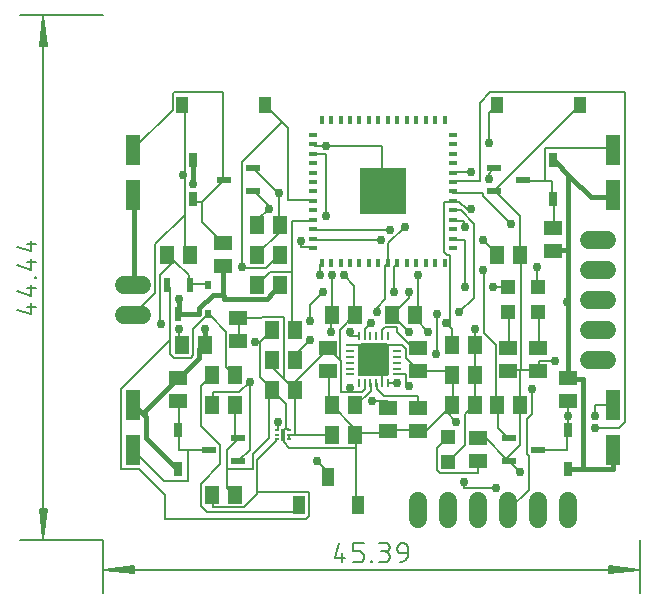
<source format=gbr>
G04 EAGLE Gerber RS-274X export*
G75*
%MOMM*%
%FSLAX34Y34*%
%LPD*%
%INTop Copper*%
%IPPOS*%
%AMOC8*
5,1,8,0,0,1.08239X$1,22.5*%
G01*
%ADD10C,0.130000*%
%ADD11C,0.152400*%
%ADD12R,1.500000X1.300000*%
%ADD13R,1.300000X1.500000*%
%ADD14R,0.600000X0.800000*%
%ADD15R,0.790000X0.260000*%
%ADD16R,0.260000X0.790000*%
%ADD17R,2.050000X2.150000*%
%ADD18C,1.524000*%
%ADD19R,1.200000X1.200000*%
%ADD20R,1.270000X2.540000*%
%ADD21R,1.200000X0.600000*%
%ADD22R,0.600000X1.200000*%
%ADD23R,0.750000X1.250000*%
%ADD24R,1.000000X1.600000*%
%ADD25R,0.800000X0.400000*%
%ADD26R,0.400000X0.800000*%
%ADD27R,4.000000X4.000000*%
%ADD28R,1.000000X1.400000*%
%ADD29R,0.370000X0.240000*%
%ADD30R,0.400000X1.080000*%
%ADD31C,0.756400*%
%ADD32C,0.400000*%

G36*
X239854Y138604D02*
X239854Y138604D01*
X239856Y138601D01*
X240374Y138669D01*
X240381Y138676D01*
X240386Y138673D01*
X240869Y138872D01*
X240874Y138881D01*
X240880Y138879D01*
X241294Y139197D01*
X241297Y139206D01*
X241303Y139206D01*
X241621Y139620D01*
X241621Y139630D01*
X241628Y139631D01*
X241827Y140114D01*
X241825Y140123D01*
X241831Y140126D01*
X241899Y140644D01*
X241896Y140648D01*
X241899Y140650D01*
X241899Y164150D01*
X241896Y164154D01*
X241899Y164156D01*
X241831Y164674D01*
X241824Y164681D01*
X241827Y164686D01*
X241628Y165169D01*
X241619Y165174D01*
X241621Y165180D01*
X241303Y165594D01*
X241294Y165597D01*
X241294Y165603D01*
X240880Y165921D01*
X240871Y165921D01*
X240869Y165928D01*
X240386Y166127D01*
X240377Y166125D01*
X240374Y166131D01*
X239856Y166199D01*
X239852Y166196D01*
X239850Y166199D01*
X218350Y166199D01*
X218329Y166183D01*
X218315Y166185D01*
X215315Y163185D01*
X215312Y163158D01*
X215301Y163150D01*
X215301Y140650D01*
X215304Y140646D01*
X215301Y140644D01*
X215369Y140126D01*
X215376Y140119D01*
X215373Y140114D01*
X215572Y139631D01*
X215581Y139626D01*
X215579Y139620D01*
X215897Y139206D01*
X215906Y139203D01*
X215906Y139197D01*
X216320Y138879D01*
X216330Y138879D01*
X216331Y138872D01*
X216814Y138673D01*
X216823Y138675D01*
X216826Y138669D01*
X217344Y138601D01*
X217348Y138604D01*
X217350Y138601D01*
X239850Y138601D01*
X239854Y138604D01*
G37*
D10*
X0Y0D02*
X0Y-44900D01*
X453900Y-44900D02*
X453900Y0D01*
X453250Y-25400D02*
X650Y-25400D01*
X26000Y-22208D01*
X26000Y-28592D01*
X650Y-25400D01*
X26000Y-24100D01*
X26000Y-26700D02*
X650Y-25400D01*
X26000Y-22800D01*
X26000Y-28000D02*
X650Y-25400D01*
X427900Y-22208D02*
X453250Y-25400D01*
X427900Y-22208D02*
X427900Y-28592D01*
X453250Y-25400D01*
X427900Y-24100D01*
X427900Y-26700D02*
X453250Y-25400D01*
X427900Y-22800D01*
X427900Y-28000D02*
X453250Y-25400D01*
D11*
X199414Y-2637D02*
X195802Y-15281D01*
X204833Y-15281D01*
X202124Y-11668D02*
X202124Y-18893D01*
X211433Y-18893D02*
X216852Y-18893D01*
X216970Y-18891D01*
X217088Y-18885D01*
X217206Y-18876D01*
X217323Y-18862D01*
X217440Y-18845D01*
X217557Y-18824D01*
X217672Y-18799D01*
X217787Y-18770D01*
X217901Y-18737D01*
X218013Y-18701D01*
X218124Y-18661D01*
X218234Y-18618D01*
X218343Y-18571D01*
X218450Y-18521D01*
X218555Y-18466D01*
X218658Y-18409D01*
X218759Y-18348D01*
X218859Y-18284D01*
X218956Y-18217D01*
X219051Y-18147D01*
X219143Y-18073D01*
X219234Y-17997D01*
X219321Y-17917D01*
X219406Y-17835D01*
X219488Y-17750D01*
X219568Y-17663D01*
X219644Y-17572D01*
X219718Y-17480D01*
X219788Y-17385D01*
X219855Y-17288D01*
X219919Y-17188D01*
X219980Y-17087D01*
X220037Y-16984D01*
X220092Y-16879D01*
X220142Y-16772D01*
X220189Y-16663D01*
X220232Y-16553D01*
X220272Y-16442D01*
X220308Y-16330D01*
X220341Y-16216D01*
X220370Y-16101D01*
X220395Y-15986D01*
X220416Y-15869D01*
X220433Y-15752D01*
X220447Y-15635D01*
X220456Y-15517D01*
X220462Y-15399D01*
X220464Y-15281D01*
X220464Y-13474D01*
X220462Y-13356D01*
X220456Y-13238D01*
X220447Y-13120D01*
X220433Y-13003D01*
X220416Y-12886D01*
X220395Y-12769D01*
X220370Y-12654D01*
X220341Y-12539D01*
X220308Y-12425D01*
X220272Y-12313D01*
X220232Y-12202D01*
X220189Y-12092D01*
X220142Y-11983D01*
X220092Y-11876D01*
X220037Y-11771D01*
X219980Y-11668D01*
X219919Y-11567D01*
X219855Y-11467D01*
X219788Y-11370D01*
X219718Y-11275D01*
X219644Y-11183D01*
X219568Y-11092D01*
X219488Y-11005D01*
X219406Y-10920D01*
X219321Y-10838D01*
X219234Y-10758D01*
X219143Y-10682D01*
X219051Y-10608D01*
X218956Y-10538D01*
X218859Y-10471D01*
X218759Y-10407D01*
X218658Y-10346D01*
X218555Y-10289D01*
X218450Y-10234D01*
X218343Y-10184D01*
X218234Y-10137D01*
X218124Y-10094D01*
X218013Y-10054D01*
X217901Y-10018D01*
X217787Y-9985D01*
X217672Y-9956D01*
X217557Y-9931D01*
X217440Y-9910D01*
X217323Y-9893D01*
X217206Y-9879D01*
X217088Y-9870D01*
X216970Y-9864D01*
X216852Y-9862D01*
X211433Y-9862D01*
X211433Y-2637D01*
X220464Y-2637D01*
X226439Y-17990D02*
X226439Y-18893D01*
X226439Y-17990D02*
X227342Y-17990D01*
X227342Y-18893D01*
X226439Y-18893D01*
X233317Y-18893D02*
X237832Y-18893D01*
X237965Y-18891D01*
X238097Y-18885D01*
X238229Y-18875D01*
X238361Y-18862D01*
X238493Y-18844D01*
X238623Y-18823D01*
X238754Y-18798D01*
X238883Y-18769D01*
X239011Y-18736D01*
X239139Y-18700D01*
X239265Y-18660D01*
X239390Y-18616D01*
X239514Y-18568D01*
X239636Y-18517D01*
X239757Y-18462D01*
X239876Y-18404D01*
X239994Y-18342D01*
X240109Y-18277D01*
X240223Y-18208D01*
X240334Y-18137D01*
X240443Y-18061D01*
X240550Y-17983D01*
X240655Y-17902D01*
X240757Y-17817D01*
X240857Y-17730D01*
X240954Y-17640D01*
X241049Y-17547D01*
X241140Y-17451D01*
X241229Y-17353D01*
X241315Y-17252D01*
X241398Y-17148D01*
X241478Y-17042D01*
X241554Y-16934D01*
X241628Y-16824D01*
X241698Y-16711D01*
X241765Y-16597D01*
X241828Y-16480D01*
X241888Y-16362D01*
X241945Y-16242D01*
X241998Y-16120D01*
X242047Y-15997D01*
X242093Y-15873D01*
X242135Y-15747D01*
X242173Y-15620D01*
X242208Y-15492D01*
X242239Y-15363D01*
X242266Y-15234D01*
X242289Y-15103D01*
X242309Y-14972D01*
X242324Y-14840D01*
X242336Y-14708D01*
X242344Y-14576D01*
X242348Y-14443D01*
X242348Y-14311D01*
X242344Y-14178D01*
X242336Y-14046D01*
X242324Y-13914D01*
X242309Y-13782D01*
X242289Y-13651D01*
X242266Y-13520D01*
X242239Y-13391D01*
X242208Y-13262D01*
X242173Y-13134D01*
X242135Y-13007D01*
X242093Y-12881D01*
X242047Y-12757D01*
X241998Y-12634D01*
X241945Y-12512D01*
X241888Y-12392D01*
X241828Y-12274D01*
X241765Y-12157D01*
X241698Y-12043D01*
X241628Y-11930D01*
X241554Y-11820D01*
X241478Y-11712D01*
X241398Y-11606D01*
X241315Y-11502D01*
X241229Y-11401D01*
X241140Y-11303D01*
X241049Y-11207D01*
X240954Y-11114D01*
X240857Y-11024D01*
X240757Y-10937D01*
X240655Y-10852D01*
X240550Y-10771D01*
X240443Y-10693D01*
X240334Y-10617D01*
X240223Y-10546D01*
X240109Y-10477D01*
X239994Y-10412D01*
X239876Y-10350D01*
X239757Y-10292D01*
X239636Y-10237D01*
X239514Y-10186D01*
X239390Y-10138D01*
X239265Y-10094D01*
X239139Y-10054D01*
X239011Y-10018D01*
X238883Y-9985D01*
X238754Y-9956D01*
X238623Y-9931D01*
X238493Y-9910D01*
X238361Y-9892D01*
X238229Y-9879D01*
X238097Y-9869D01*
X237965Y-9863D01*
X237832Y-9861D01*
X238736Y-2637D02*
X233317Y-2637D01*
X238736Y-2637D02*
X238855Y-2639D01*
X238975Y-2645D01*
X239094Y-2655D01*
X239212Y-2669D01*
X239331Y-2686D01*
X239448Y-2708D01*
X239565Y-2733D01*
X239680Y-2763D01*
X239795Y-2796D01*
X239909Y-2833D01*
X240021Y-2873D01*
X240132Y-2918D01*
X240241Y-2966D01*
X240349Y-3017D01*
X240455Y-3072D01*
X240559Y-3131D01*
X240661Y-3193D01*
X240761Y-3258D01*
X240859Y-3327D01*
X240955Y-3399D01*
X241048Y-3474D01*
X241138Y-3551D01*
X241226Y-3632D01*
X241311Y-3716D01*
X241393Y-3803D01*
X241473Y-3892D01*
X241549Y-3984D01*
X241623Y-4078D01*
X241693Y-4175D01*
X241760Y-4273D01*
X241824Y-4374D01*
X241884Y-4478D01*
X241941Y-4583D01*
X241994Y-4690D01*
X242044Y-4798D01*
X242090Y-4908D01*
X242132Y-5020D01*
X242171Y-5133D01*
X242206Y-5247D01*
X242237Y-5362D01*
X242265Y-5479D01*
X242288Y-5596D01*
X242308Y-5713D01*
X242324Y-5832D01*
X242336Y-5951D01*
X242344Y-6070D01*
X242348Y-6189D01*
X242348Y-6309D01*
X242344Y-6428D01*
X242336Y-6547D01*
X242324Y-6666D01*
X242308Y-6785D01*
X242288Y-6902D01*
X242265Y-7019D01*
X242237Y-7136D01*
X242206Y-7251D01*
X242171Y-7365D01*
X242132Y-7478D01*
X242090Y-7590D01*
X242044Y-7700D01*
X241994Y-7808D01*
X241941Y-7915D01*
X241884Y-8020D01*
X241824Y-8124D01*
X241760Y-8225D01*
X241693Y-8323D01*
X241623Y-8420D01*
X241549Y-8514D01*
X241473Y-8606D01*
X241393Y-8695D01*
X241311Y-8782D01*
X241226Y-8866D01*
X241138Y-8947D01*
X241048Y-9024D01*
X240955Y-9099D01*
X240859Y-9171D01*
X240761Y-9240D01*
X240661Y-9305D01*
X240559Y-9367D01*
X240455Y-9426D01*
X240349Y-9481D01*
X240241Y-9532D01*
X240132Y-9580D01*
X240021Y-9625D01*
X239909Y-9665D01*
X239795Y-9702D01*
X239680Y-9735D01*
X239565Y-9765D01*
X239448Y-9790D01*
X239331Y-9812D01*
X239212Y-9829D01*
X239094Y-9843D01*
X238975Y-9853D01*
X238855Y-9859D01*
X238736Y-9861D01*
X238736Y-9862D02*
X235123Y-9862D01*
X252561Y-11668D02*
X257979Y-11668D01*
X252561Y-11668D02*
X252443Y-11666D01*
X252325Y-11660D01*
X252207Y-11651D01*
X252090Y-11637D01*
X251973Y-11620D01*
X251856Y-11599D01*
X251741Y-11574D01*
X251626Y-11545D01*
X251512Y-11512D01*
X251400Y-11476D01*
X251289Y-11436D01*
X251179Y-11393D01*
X251070Y-11346D01*
X250963Y-11296D01*
X250858Y-11241D01*
X250755Y-11184D01*
X250654Y-11123D01*
X250554Y-11059D01*
X250457Y-10992D01*
X250362Y-10922D01*
X250270Y-10848D01*
X250179Y-10772D01*
X250092Y-10692D01*
X250007Y-10610D01*
X249925Y-10525D01*
X249845Y-10438D01*
X249769Y-10347D01*
X249695Y-10255D01*
X249625Y-10160D01*
X249558Y-10063D01*
X249494Y-9963D01*
X249433Y-9862D01*
X249376Y-9759D01*
X249321Y-9654D01*
X249271Y-9547D01*
X249224Y-9438D01*
X249181Y-9328D01*
X249141Y-9217D01*
X249105Y-9105D01*
X249072Y-8991D01*
X249043Y-8876D01*
X249018Y-8761D01*
X248997Y-8644D01*
X248980Y-8527D01*
X248966Y-8410D01*
X248957Y-8292D01*
X248951Y-8174D01*
X248949Y-8056D01*
X248948Y-8056D02*
X248948Y-7153D01*
X248950Y-7020D01*
X248956Y-6888D01*
X248966Y-6756D01*
X248979Y-6624D01*
X248997Y-6492D01*
X249018Y-6362D01*
X249043Y-6231D01*
X249072Y-6102D01*
X249105Y-5974D01*
X249141Y-5846D01*
X249181Y-5720D01*
X249225Y-5595D01*
X249273Y-5471D01*
X249324Y-5349D01*
X249379Y-5228D01*
X249437Y-5109D01*
X249499Y-4991D01*
X249564Y-4876D01*
X249633Y-4762D01*
X249704Y-4651D01*
X249780Y-4542D01*
X249858Y-4435D01*
X249939Y-4330D01*
X250024Y-4228D01*
X250111Y-4128D01*
X250201Y-4031D01*
X250294Y-3936D01*
X250390Y-3845D01*
X250488Y-3756D01*
X250589Y-3670D01*
X250693Y-3587D01*
X250799Y-3507D01*
X250907Y-3431D01*
X251017Y-3357D01*
X251130Y-3287D01*
X251244Y-3220D01*
X251361Y-3157D01*
X251479Y-3097D01*
X251599Y-3040D01*
X251721Y-2987D01*
X251844Y-2938D01*
X251968Y-2892D01*
X252094Y-2850D01*
X252221Y-2812D01*
X252349Y-2777D01*
X252478Y-2746D01*
X252607Y-2719D01*
X252738Y-2696D01*
X252869Y-2676D01*
X253001Y-2661D01*
X253133Y-2649D01*
X253265Y-2641D01*
X253398Y-2637D01*
X253530Y-2637D01*
X253663Y-2641D01*
X253795Y-2649D01*
X253927Y-2661D01*
X254059Y-2676D01*
X254190Y-2696D01*
X254321Y-2719D01*
X254450Y-2746D01*
X254579Y-2777D01*
X254707Y-2812D01*
X254834Y-2850D01*
X254960Y-2892D01*
X255084Y-2938D01*
X255207Y-2987D01*
X255329Y-3040D01*
X255449Y-3097D01*
X255567Y-3157D01*
X255684Y-3220D01*
X255798Y-3287D01*
X255911Y-3357D01*
X256021Y-3431D01*
X256129Y-3507D01*
X256235Y-3587D01*
X256339Y-3670D01*
X256440Y-3756D01*
X256538Y-3845D01*
X256634Y-3936D01*
X256727Y-4031D01*
X256817Y-4128D01*
X256904Y-4228D01*
X256989Y-4330D01*
X257070Y-4435D01*
X257148Y-4542D01*
X257224Y-4651D01*
X257295Y-4762D01*
X257364Y-4876D01*
X257429Y-4991D01*
X257491Y-5109D01*
X257549Y-5228D01*
X257604Y-5349D01*
X257655Y-5471D01*
X257703Y-5595D01*
X257747Y-5720D01*
X257787Y-5846D01*
X257823Y-5974D01*
X257856Y-6102D01*
X257885Y-6231D01*
X257910Y-6362D01*
X257931Y-6492D01*
X257949Y-6624D01*
X257962Y-6756D01*
X257972Y-6888D01*
X257978Y-7020D01*
X257980Y-7153D01*
X257979Y-7153D02*
X257979Y-11668D01*
X257977Y-11843D01*
X257971Y-12017D01*
X257960Y-12191D01*
X257945Y-12365D01*
X257926Y-12539D01*
X257903Y-12712D01*
X257876Y-12884D01*
X257844Y-13056D01*
X257809Y-13227D01*
X257769Y-13397D01*
X257725Y-13566D01*
X257677Y-13734D01*
X257625Y-13901D01*
X257569Y-14066D01*
X257509Y-14230D01*
X257446Y-14393D01*
X257378Y-14553D01*
X257306Y-14713D01*
X257231Y-14870D01*
X257151Y-15026D01*
X257068Y-15179D01*
X256982Y-15331D01*
X256891Y-15480D01*
X256797Y-15627D01*
X256700Y-15772D01*
X256599Y-15915D01*
X256495Y-16055D01*
X256387Y-16192D01*
X256276Y-16327D01*
X256162Y-16459D01*
X256045Y-16588D01*
X255924Y-16715D01*
X255801Y-16838D01*
X255674Y-16959D01*
X255545Y-17076D01*
X255413Y-17190D01*
X255278Y-17301D01*
X255141Y-17409D01*
X255001Y-17513D01*
X254858Y-17614D01*
X254713Y-17711D01*
X254566Y-17805D01*
X254417Y-17896D01*
X254265Y-17982D01*
X254112Y-18065D01*
X253956Y-18145D01*
X253799Y-18220D01*
X253639Y-18292D01*
X253479Y-18360D01*
X253316Y-18423D01*
X253152Y-18483D01*
X252987Y-18539D01*
X252820Y-18591D01*
X252652Y-18639D01*
X252483Y-18683D01*
X252313Y-18723D01*
X252142Y-18758D01*
X251970Y-18790D01*
X251798Y-18817D01*
X251625Y-18840D01*
X251451Y-18859D01*
X251277Y-18874D01*
X251103Y-18885D01*
X250929Y-18891D01*
X250754Y-18893D01*
D10*
X0Y0D02*
X-70300Y0D01*
X-70300Y444400D02*
X0Y444400D01*
X-50800Y443750D02*
X-50800Y650D01*
X-53992Y26000D01*
X-47608Y26000D01*
X-50800Y650D01*
X-52100Y26000D01*
X-49500Y26000D02*
X-50800Y650D01*
X-53400Y26000D01*
X-48200Y26000D02*
X-50800Y650D01*
X-53992Y418400D02*
X-50800Y443750D01*
X-53992Y418400D02*
X-47608Y418400D01*
X-50800Y443750D01*
X-52100Y418400D01*
X-49500Y418400D02*
X-50800Y443750D01*
X-53400Y418400D01*
X-48200Y418400D02*
X-50800Y443750D01*
D11*
X-73563Y194664D02*
X-60919Y191052D01*
X-60919Y200083D01*
X-64532Y197374D02*
X-57307Y197374D01*
X-60919Y206683D02*
X-73563Y210296D01*
X-60919Y206683D02*
X-60919Y215714D01*
X-64532Y213005D02*
X-57307Y213005D01*
X-57307Y221689D02*
X-58210Y221689D01*
X-58210Y222592D01*
X-57307Y222592D01*
X-57307Y221689D01*
X-60919Y228567D02*
X-73563Y232179D01*
X-60919Y228567D02*
X-60919Y237598D01*
X-64532Y234889D02*
X-57307Y234889D01*
X-60919Y244198D02*
X-73563Y247811D01*
X-60919Y244198D02*
X-60919Y253229D01*
X-64532Y250520D02*
X-57307Y250520D01*
D12*
X63500Y117500D03*
X63500Y136500D03*
X114300Y187300D03*
X114300Y168300D03*
D13*
X85700Y165100D03*
X66700Y165100D03*
D12*
X241300Y111100D03*
X241300Y92100D03*
D13*
X92100Y38100D03*
X111100Y38100D03*
D12*
X393700Y117500D03*
X393700Y136500D03*
X101600Y250800D03*
X101600Y231800D03*
X381000Y263500D03*
X381000Y244500D03*
D13*
X295300Y114300D03*
X314300Y114300D03*
D12*
X266700Y92100D03*
X266700Y111100D03*
X266700Y142900D03*
X266700Y161900D03*
D13*
X295300Y139700D03*
X314300Y139700D03*
D14*
X88900Y190700D03*
X88900Y215700D03*
D15*
X208900Y164900D03*
X208900Y159900D03*
X208900Y154900D03*
X208900Y149900D03*
X208900Y144900D03*
X208900Y139900D03*
D16*
X216100Y132700D03*
X221100Y132700D03*
X226100Y132700D03*
X231100Y132700D03*
X236100Y132700D03*
X241100Y132700D03*
D15*
X248300Y139900D03*
X248300Y144900D03*
X248300Y149900D03*
X248300Y154900D03*
X248300Y159900D03*
X248300Y164900D03*
D16*
X241100Y172100D03*
X236100Y172100D03*
X231100Y172100D03*
X226100Y172100D03*
X221100Y172100D03*
X216100Y172100D03*
D17*
X228600Y152400D03*
D18*
X33020Y215900D02*
X17780Y215900D01*
X17780Y190500D02*
X33020Y190500D01*
D19*
X368300Y192700D03*
X368300Y213700D03*
X342900Y192700D03*
X342900Y213700D03*
X292100Y86700D03*
X292100Y65700D03*
D20*
X25400Y114300D03*
X25400Y76200D03*
X431800Y76200D03*
X431800Y114300D03*
X431800Y292100D03*
X431800Y330200D03*
X25400Y292100D03*
X25400Y330200D03*
D21*
X114100Y66700D03*
X114100Y85700D03*
X89100Y76200D03*
X343100Y85700D03*
X343100Y66700D03*
X368100Y76200D03*
X126800Y295300D03*
X126800Y314300D03*
X101800Y304800D03*
X330400Y314300D03*
X330400Y295300D03*
X355400Y304800D03*
D22*
X73000Y215700D03*
X54000Y215700D03*
X63500Y190700D03*
D13*
X161900Y177800D03*
X142900Y177800D03*
X212700Y114300D03*
X193700Y114300D03*
X314300Y165100D03*
X295300Y165100D03*
X263500Y190500D03*
X244500Y190500D03*
D12*
X342900Y161900D03*
X342900Y142900D03*
X368300Y161900D03*
X368300Y142900D03*
D13*
X92100Y114300D03*
X111100Y114300D03*
D12*
X317500Y66700D03*
X317500Y85700D03*
D13*
X149200Y215900D03*
X130200Y215900D03*
X333400Y114300D03*
X352400Y114300D03*
X130200Y266700D03*
X149200Y266700D03*
X333400Y241300D03*
X352400Y241300D03*
X73000Y241300D03*
X54000Y241300D03*
D23*
X63500Y59700D03*
X63500Y92700D03*
X393700Y59700D03*
X393700Y92700D03*
X381000Y321300D03*
X381000Y288300D03*
X76200Y321300D03*
X76200Y288300D03*
D24*
X165500Y29100D03*
X190500Y53100D03*
X215500Y29100D03*
D13*
X92100Y139700D03*
X111100Y139700D03*
X193700Y88900D03*
X212700Y88900D03*
D18*
X266700Y33020D02*
X266700Y17780D01*
X292100Y17780D02*
X292100Y33020D01*
X317500Y33020D02*
X317500Y17780D01*
X342900Y17780D02*
X342900Y33020D01*
X368300Y33020D02*
X368300Y17780D01*
X393700Y17780D02*
X393700Y33020D01*
D25*
X177800Y342900D03*
X177800Y334900D03*
X177800Y326900D03*
X177800Y318900D03*
X177800Y310900D03*
X177800Y302900D03*
X177800Y294900D03*
X177800Y286900D03*
X177800Y278900D03*
X177800Y270900D03*
X177800Y262900D03*
X177800Y254900D03*
X177800Y246900D03*
D26*
X184800Y234400D03*
X192800Y234400D03*
X200800Y234400D03*
X208800Y234400D03*
X216800Y234400D03*
X224800Y234400D03*
X232800Y234400D03*
X240800Y234400D03*
X248800Y234400D03*
X256800Y234400D03*
X264800Y234400D03*
X272800Y234400D03*
X280800Y234400D03*
X288800Y234400D03*
D25*
X295800Y246900D03*
X295800Y254900D03*
X295800Y262900D03*
X295800Y270900D03*
X295800Y278900D03*
X295800Y286900D03*
X295800Y294900D03*
X295800Y302900D03*
X295800Y310900D03*
X295800Y318900D03*
X295800Y326900D03*
X295800Y334900D03*
X295800Y342900D03*
D26*
X288800Y355400D03*
X280800Y355400D03*
X272800Y355400D03*
X264800Y355400D03*
X256800Y355400D03*
X248800Y355400D03*
X240800Y355400D03*
X232800Y355400D03*
X224800Y355400D03*
X216800Y355400D03*
X208800Y355400D03*
X200800Y355400D03*
X192800Y355400D03*
X184800Y355400D03*
D27*
X236800Y294900D03*
D13*
X130200Y241300D03*
X149200Y241300D03*
X212700Y190500D03*
X193700Y190500D03*
X142900Y127000D03*
X161900Y127000D03*
D12*
X190500Y142900D03*
X190500Y161900D03*
D28*
X66600Y368300D03*
X136600Y368300D03*
D13*
X142900Y152400D03*
X161900Y152400D03*
D28*
X403300Y368300D03*
X333300Y368300D03*
D29*
X157550Y84900D03*
X157550Y88900D03*
X157550Y92900D03*
X147250Y92900D03*
X147250Y88900D03*
X147250Y84900D03*
D30*
X152400Y88900D03*
D18*
X411480Y152400D02*
X426720Y152400D01*
X426720Y177800D02*
X411480Y177800D01*
X411480Y203200D02*
X426720Y203200D01*
X426720Y228600D02*
X411480Y228600D01*
X411480Y254000D02*
X426720Y254000D01*
D11*
X352500Y273750D02*
X331250Y295000D01*
X352500Y273750D02*
X352500Y242500D01*
X331250Y295000D02*
X330400Y295300D01*
X352500Y242500D02*
X352400Y241300D01*
X331250Y296250D02*
X403300Y368300D01*
X331250Y296250D02*
X330400Y295300D01*
X325000Y85000D02*
X341250Y68750D01*
X342500Y67500D01*
X325000Y85000D02*
X317500Y85000D01*
X342500Y67500D02*
X343100Y66700D01*
X317500Y85000D02*
X317500Y85700D01*
X353750Y143750D02*
X367500Y143750D01*
X353750Y143750D02*
X352500Y143750D01*
X343750Y143750D01*
X342900Y142900D01*
X367500Y143750D02*
X368300Y142900D01*
X352500Y143750D02*
X352500Y115000D01*
X352400Y114300D01*
X352500Y80000D02*
X341250Y68750D01*
X352500Y80000D02*
X352500Y113750D01*
X341250Y68750D02*
X343100Y66700D01*
X352500Y113750D02*
X352400Y114300D01*
X343750Y66250D02*
X352500Y57500D01*
X343750Y66250D02*
X343100Y66700D01*
X368750Y151250D02*
X382500Y151250D01*
X368750Y151250D02*
X368750Y143750D01*
X368300Y142900D01*
X353750Y240000D02*
X352500Y241250D01*
X353750Y240000D02*
X353750Y143750D01*
X352500Y241250D02*
X352400Y241300D01*
X113750Y86250D02*
X111250Y88750D01*
X111250Y113750D01*
X113750Y86250D02*
X114100Y85700D01*
X111250Y113750D02*
X111100Y114300D01*
X105000Y43750D02*
X110000Y38750D01*
X105000Y60000D02*
X105000Y76250D01*
X105000Y60000D02*
X105000Y43750D01*
X105000Y76250D02*
X113750Y85000D01*
X110000Y38750D02*
X111100Y38100D01*
X113750Y85000D02*
X114100Y85700D01*
X152500Y93750D02*
X155000Y93750D01*
X157500Y93750D01*
X152500Y93750D02*
X152500Y90000D01*
X157550Y92900D02*
X157500Y93750D01*
X152500Y90000D02*
X152400Y88900D01*
X155000Y93750D02*
X155000Y115000D01*
X143750Y126250D01*
X142900Y127000D01*
X132500Y167500D02*
X142500Y177500D01*
X132500Y167500D02*
X132500Y137500D01*
X140000Y130000D02*
X142500Y127500D01*
X140000Y130000D02*
X132500Y137500D01*
X142500Y177500D02*
X142900Y177800D01*
X142500Y127500D02*
X142900Y127000D01*
X126250Y60000D02*
X105000Y60000D01*
X126250Y60000D02*
X126250Y72500D01*
X140000Y86250D01*
X140000Y130000D01*
X142900Y127000D01*
X210000Y165000D02*
X227500Y165000D01*
X227500Y152500D01*
X210000Y165000D02*
X208900Y164900D01*
X227500Y152500D02*
X228600Y152400D01*
X236250Y143750D02*
X236250Y133750D01*
X236250Y143750D02*
X228750Y151250D01*
X236250Y133750D02*
X236100Y132700D01*
X228750Y151250D02*
X228600Y152400D01*
X227500Y165000D02*
X247500Y165000D01*
X248300Y164900D01*
X296250Y138750D02*
X296250Y115000D01*
X295300Y114300D01*
X296250Y138750D02*
X295300Y139700D01*
X295000Y142500D02*
X267500Y142500D01*
X295000Y142500D02*
X295000Y140000D01*
X267500Y142500D02*
X266700Y142900D01*
X295000Y140000D02*
X295300Y139700D01*
X253750Y165000D02*
X248750Y165000D01*
X253750Y165000D02*
X253750Y163750D01*
X256250Y161250D01*
X256250Y153750D01*
X266250Y143750D01*
X248750Y165000D02*
X248300Y164900D01*
X266250Y143750D02*
X266700Y142900D01*
X192500Y115000D02*
X191250Y116250D01*
X191250Y142500D01*
X192500Y115000D02*
X193700Y114300D01*
X191250Y142500D02*
X190500Y142900D01*
X213750Y90000D02*
X241250Y90000D01*
X241250Y91250D01*
X213750Y90000D02*
X212700Y88900D01*
X241250Y91250D02*
X241300Y92100D01*
X242500Y92500D02*
X266250Y92500D01*
X266700Y92100D01*
X242500Y92500D02*
X241300Y92100D01*
X213750Y31250D02*
X215000Y30000D01*
X213750Y77500D02*
X213750Y88750D01*
X213750Y77500D02*
X213750Y31250D01*
X215000Y30000D02*
X215500Y29100D01*
X213750Y88750D02*
X212700Y88900D01*
X212500Y95000D02*
X193750Y113750D01*
X212500Y95000D02*
X212500Y90000D01*
X193750Y113750D02*
X193700Y114300D01*
X212500Y90000D02*
X212700Y88900D01*
X273750Y92500D02*
X290000Y108750D01*
X295000Y113750D01*
X273750Y92500D02*
X267500Y92500D01*
X295000Y113750D02*
X295300Y114300D01*
X267500Y92500D02*
X266700Y92100D01*
X152500Y88750D02*
X152500Y82500D01*
X157500Y77500D01*
X213750Y77500D01*
X152500Y88750D02*
X152400Y88900D01*
X148750Y292500D02*
X147500Y293750D01*
X127500Y313750D01*
X148750Y292500D02*
X148750Y267500D01*
X127500Y313750D02*
X126800Y314300D01*
X148750Y267500D02*
X149200Y266700D01*
X148750Y260000D02*
X131250Y242500D01*
X148750Y260000D02*
X148750Y266250D01*
X131250Y242500D02*
X130200Y241300D01*
X148750Y266250D02*
X149200Y266700D01*
X188750Y333750D02*
X236250Y333750D01*
X188750Y333750D02*
X178750Y333750D01*
X236250Y333750D02*
X236250Y295000D01*
X178750Y333750D02*
X177800Y334900D01*
X236250Y295000D02*
X236800Y294900D01*
X148750Y293750D02*
X147500Y293750D01*
X63750Y168750D02*
X66250Y166250D01*
X63750Y168750D02*
X63750Y178750D01*
X66250Y166250D02*
X66700Y165100D01*
X68750Y366250D02*
X67500Y367500D01*
X68750Y275000D02*
X68750Y246250D01*
X68750Y275000D02*
X68750Y308750D01*
X68750Y366250D01*
X68750Y246250D02*
X72500Y242500D01*
X67500Y367500D02*
X66600Y368300D01*
X72500Y242500D02*
X73000Y241300D01*
X43750Y208750D02*
X26250Y191250D01*
X43750Y208750D02*
X43750Y250000D01*
X68750Y275000D01*
X26250Y191250D02*
X25400Y190500D01*
X67500Y308750D02*
X68750Y308750D01*
X128750Y167500D02*
X132500Y167500D01*
X290000Y108750D02*
X298750Y100000D01*
X290000Y108750D02*
X295300Y114300D01*
D31*
X352500Y57500D03*
X382500Y151250D03*
X148750Y293750D03*
X188750Y333750D03*
X63750Y178750D03*
X67500Y308750D03*
X128750Y167500D03*
X298750Y100000D03*
D11*
X71250Y76250D02*
X63750Y76250D01*
X71250Y76250D02*
X88750Y76250D01*
X63750Y76250D02*
X63750Y92500D01*
X88750Y76250D02*
X89100Y76200D01*
X63750Y92500D02*
X63500Y92700D01*
X63750Y93750D02*
X63750Y117500D01*
X63500Y117500D01*
X63750Y93750D02*
X63500Y92700D01*
X26250Y75000D02*
X51250Y50000D01*
X71250Y50000D01*
X71250Y76250D01*
X26250Y75000D02*
X25400Y76200D01*
X246250Y231250D02*
X248750Y233750D01*
X246250Y231250D02*
X246250Y210000D01*
X186250Y210000D02*
X175000Y198750D01*
X175000Y185000D01*
X123750Y133750D02*
X115000Y125000D01*
X92500Y125000D01*
X92500Y115000D01*
X248750Y233750D02*
X248800Y234400D01*
X92500Y115000D02*
X92100Y114300D01*
X123750Y76250D02*
X115000Y67500D01*
X123750Y76250D02*
X123750Y133750D01*
X115000Y67500D02*
X114100Y66700D01*
D31*
X246250Y210000D03*
X186250Y210000D03*
X175000Y185000D03*
X123750Y133750D03*
D11*
X368750Y76250D02*
X392500Y76250D01*
X392500Y92500D01*
X368750Y76250D02*
X368100Y76200D01*
X392500Y92500D02*
X393700Y92700D01*
X393750Y93750D02*
X393750Y105000D01*
X393750Y117500D01*
X393700Y117500D01*
X393750Y93750D02*
X393700Y92700D01*
X416250Y113750D02*
X431250Y113750D01*
X416250Y113750D02*
X416250Y105000D01*
X431250Y113750D02*
X431800Y114300D01*
D31*
X416250Y105000D03*
X393750Y105000D03*
D11*
X101250Y303750D02*
X83750Y286250D01*
X76250Y286250D01*
X76250Y287500D01*
X101250Y303750D02*
X101800Y304800D01*
X76200Y288300D02*
X76250Y287500D01*
X83750Y268750D02*
X101250Y251250D01*
X83750Y268750D02*
X83750Y286250D01*
X101250Y251250D02*
X101600Y250800D01*
X26250Y331250D02*
X58750Y363750D01*
X58750Y377500D01*
X60000Y378750D01*
X101250Y378750D01*
X101250Y305000D01*
X26250Y331250D02*
X25400Y330200D01*
X101250Y305000D02*
X101800Y304800D01*
X373750Y303750D02*
X380000Y303750D01*
X373750Y303750D02*
X356250Y303750D01*
X380000Y303750D02*
X380000Y288750D01*
X356250Y303750D02*
X355400Y304800D01*
X380000Y288750D02*
X381000Y288300D01*
X381250Y287500D02*
X381250Y263750D01*
X381000Y263500D01*
X381250Y287500D02*
X381000Y288300D01*
X373750Y331250D02*
X431250Y331250D01*
X373750Y331250D02*
X373750Y303750D01*
X431250Y331250D02*
X431800Y330200D01*
X235000Y253750D02*
X178750Y253750D01*
X321250Y228750D02*
X322500Y227500D01*
X322500Y175000D01*
X332500Y165000D01*
X332500Y115000D01*
X178750Y253750D02*
X177800Y254900D01*
X332500Y115000D02*
X333400Y114300D01*
X333750Y95000D02*
X342500Y86250D01*
X333750Y95000D02*
X333750Y113750D01*
X342500Y86250D02*
X343100Y85700D01*
X333750Y113750D02*
X333400Y114300D01*
D31*
X235000Y253750D03*
X321250Y228750D03*
D11*
X242500Y262500D02*
X178750Y262500D01*
X321250Y253750D02*
X332500Y242500D01*
X178750Y262500D02*
X177800Y262900D01*
X332500Y242500D02*
X333400Y241300D01*
X326250Y310000D02*
X330000Y313750D01*
X326250Y310000D02*
X326250Y305000D01*
X330000Y313750D02*
X330400Y314300D01*
D31*
X242500Y262500D03*
X321250Y253750D03*
X326250Y305000D03*
D11*
X177500Y247500D02*
X167500Y247500D01*
X167500Y252500D01*
X140000Y280000D02*
X131250Y271250D01*
X131250Y267500D01*
X177500Y247500D02*
X177800Y246900D01*
X131250Y267500D02*
X130200Y266700D01*
X140000Y282500D02*
X127500Y295000D01*
X140000Y282500D02*
X140000Y280000D01*
X127500Y295000D02*
X126800Y295300D01*
D31*
X167500Y252500D03*
X140000Y280000D03*
D11*
X88750Y216250D02*
X73750Y216250D01*
X88750Y216250D02*
X88900Y215700D01*
X73750Y216250D02*
X73000Y215700D01*
X72500Y223750D02*
X60000Y236250D01*
X55000Y241250D01*
X72500Y223750D02*
X72500Y216250D01*
X55000Y241250D02*
X54000Y241300D01*
X72500Y216250D02*
X73000Y215700D01*
X47500Y183750D02*
X48750Y182500D01*
X47500Y183750D02*
X47500Y223750D01*
X60000Y236250D01*
X54000Y241300D01*
D31*
X48750Y182500D03*
D11*
X146250Y83750D02*
X130000Y67500D01*
X130000Y40000D02*
X130000Y38750D01*
X130000Y40000D02*
X130000Y67500D01*
X130000Y38750D02*
X118750Y27500D01*
X92500Y27500D01*
X92500Y37500D01*
X146250Y83750D02*
X147250Y84900D01*
X92100Y38100D02*
X92500Y37500D01*
X103750Y176250D02*
X90000Y190000D01*
X103750Y176250D02*
X103750Y146250D01*
X110000Y140000D01*
X90000Y190000D02*
X88900Y190700D01*
X110000Y140000D02*
X111100Y139700D01*
X56250Y213750D02*
X55000Y215000D01*
X56250Y168750D02*
X56250Y157500D01*
X56250Y168750D02*
X56250Y213750D01*
X56250Y157500D02*
X60000Y153750D01*
X73750Y153750D01*
X76250Y156250D01*
X76250Y178750D01*
X88750Y191250D01*
X55000Y215000D02*
X54000Y215700D01*
X88750Y191250D02*
X88900Y190700D01*
X130000Y40000D02*
X173750Y40000D01*
X173750Y20000D01*
X171250Y17500D01*
X52500Y17500D01*
X52500Y37500D01*
X30000Y60000D01*
X15000Y60000D01*
X15000Y127500D01*
X56250Y168750D01*
D32*
X406250Y60000D02*
X431250Y60000D01*
X406250Y60000D02*
X393750Y60000D01*
X431250Y60000D02*
X431250Y75000D01*
X393750Y60000D02*
X393700Y59700D01*
X431250Y75000D02*
X431800Y76200D01*
X406250Y136250D02*
X393750Y136250D01*
X406250Y136250D02*
X406250Y60000D01*
X393750Y136250D02*
X393700Y136500D01*
X412500Y290000D02*
X395000Y307500D01*
X381250Y321250D01*
X412500Y290000D02*
X431250Y290000D01*
X431250Y291250D01*
X381250Y321250D02*
X381000Y321300D01*
X431250Y291250D02*
X431800Y292100D01*
X393750Y245000D02*
X381250Y245000D01*
X393750Y245000D02*
X393750Y306250D01*
X381250Y245000D02*
X381000Y244500D01*
X393750Y306250D02*
X395000Y307500D01*
X393750Y245000D02*
X393750Y201250D01*
X393750Y137500D01*
X393700Y136500D01*
X62500Y60000D02*
X36250Y86250D01*
X36250Y103750D01*
X33750Y106250D02*
X26250Y113750D01*
X33750Y106250D02*
X36250Y103750D01*
X62500Y60000D02*
X63500Y59700D01*
X26250Y113750D02*
X25400Y114300D01*
X35000Y108750D02*
X62500Y136250D01*
X35000Y108750D02*
X35000Y107500D01*
X62500Y136250D02*
X63500Y136500D01*
X35000Y107500D02*
X33750Y106250D01*
X81250Y161250D02*
X85000Y165000D01*
X81250Y161250D02*
X81250Y153750D01*
X65000Y137500D01*
X85000Y165000D02*
X85700Y165100D01*
X65000Y137500D02*
X63500Y136500D01*
X63750Y191250D02*
X81250Y191250D01*
X81250Y196250D01*
X92500Y207500D01*
X101250Y207500D01*
X101250Y231250D01*
X63750Y191250D02*
X63500Y190700D01*
X101250Y231250D02*
X101600Y231800D01*
X141250Y207500D02*
X148750Y215000D01*
X141250Y207500D02*
X141250Y206250D01*
X138750Y203750D01*
X102500Y203750D01*
X102500Y206250D01*
X148750Y215000D02*
X149200Y215900D01*
X102500Y206250D02*
X101250Y207500D01*
X76250Y301250D02*
X76250Y321250D01*
X76200Y321300D01*
X26250Y291250D02*
X26250Y216250D01*
X26250Y291250D02*
X25400Y292100D01*
X26250Y216250D02*
X25400Y215900D01*
X63750Y203750D02*
X63750Y192500D01*
X63500Y190700D01*
X86250Y178750D02*
X86250Y166250D01*
X85700Y165100D01*
X392500Y201250D02*
X393750Y201250D01*
D31*
X76250Y301250D03*
X63750Y203750D03*
X86250Y178750D03*
X392500Y201250D03*
D11*
X306250Y80000D02*
X292500Y66250D01*
X306250Y80000D02*
X306250Y106250D01*
X314300Y114300D01*
X292500Y66250D02*
X292100Y65700D01*
X315000Y115000D02*
X315000Y138750D01*
X314300Y139700D01*
X315000Y115000D02*
X314300Y114300D01*
X315000Y140000D02*
X315000Y165000D01*
X314300Y165100D01*
X315000Y140000D02*
X314300Y139700D01*
X315000Y166250D02*
X315000Y178750D01*
X315000Y166250D02*
X314300Y165100D01*
X188750Y326250D02*
X178750Y326250D01*
X188750Y326250D02*
X188750Y273750D01*
X203750Y223750D02*
X212500Y215000D01*
X212500Y191250D01*
X178750Y326250D02*
X177800Y326900D01*
X212500Y191250D02*
X212700Y190500D01*
X263750Y191250D02*
X266250Y193750D01*
X266250Y223750D01*
X263750Y191250D02*
X263500Y190500D01*
X256250Y140000D02*
X248750Y140000D01*
X256250Y140000D02*
X256250Y132500D01*
X258750Y130000D01*
X241250Y117500D02*
X227500Y117500D01*
X241250Y117500D02*
X241250Y111250D01*
X248300Y139900D02*
X248750Y140000D01*
X241250Y111250D02*
X241300Y111100D01*
X221250Y127500D02*
X221250Y132500D01*
X221250Y127500D02*
X218750Y125000D01*
X208750Y125000D02*
X201250Y125000D01*
X208750Y125000D02*
X218750Y125000D01*
X201250Y125000D02*
X201250Y151250D01*
X200000Y152500D02*
X191250Y161250D01*
X200000Y152500D02*
X201250Y151250D01*
X221100Y132700D02*
X221250Y132500D01*
X191250Y161250D02*
X190500Y161900D01*
X208750Y128750D02*
X208750Y125000D01*
X157500Y88750D02*
X157500Y85000D01*
X157550Y84900D01*
X157500Y88750D02*
X157550Y88900D01*
X162500Y88750D02*
X192500Y88750D01*
X162500Y88750D02*
X158750Y88750D01*
X157550Y88900D01*
X192500Y88750D02*
X193700Y88900D01*
X115000Y168750D02*
X115000Y186250D01*
X115000Y168750D02*
X114300Y168300D01*
X115000Y186250D02*
X114300Y187300D01*
X143750Y145000D02*
X152500Y136250D01*
X158750Y130000D01*
X161250Y127500D01*
X143750Y145000D02*
X143750Y151250D01*
X161250Y127500D02*
X161900Y127000D01*
X143750Y151250D02*
X142900Y152400D01*
X133750Y187500D02*
X115000Y187500D01*
X133750Y187500D02*
X135000Y188750D01*
X152500Y188750D01*
X152500Y136250D01*
X115000Y187500D02*
X114300Y187300D01*
X162500Y126250D02*
X162500Y88750D01*
X162500Y126250D02*
X161900Y127000D01*
X158750Y130000D02*
X190000Y161250D01*
X190500Y161900D01*
X158750Y130000D02*
X161900Y127000D01*
X200000Y177500D02*
X212500Y190000D01*
X200000Y177500D02*
X200000Y152500D01*
X212500Y190000D02*
X212700Y190500D01*
X263750Y187500D02*
X275000Y176250D01*
X263750Y187500D02*
X263750Y190000D01*
X263500Y190500D01*
D31*
X315000Y178750D03*
X188750Y273750D03*
X203750Y223750D03*
X266250Y223750D03*
X258750Y130000D03*
X227500Y117500D03*
X208750Y128750D03*
X275000Y176250D03*
D11*
X236250Y177500D02*
X236250Y172500D01*
X236250Y177500D02*
X238750Y180000D01*
X248750Y180000D01*
X248750Y176250D01*
X262500Y162500D01*
X266250Y162500D01*
X236250Y172500D02*
X236100Y172100D01*
X266250Y162500D02*
X266700Y161900D01*
X231250Y132500D02*
X231250Y127500D01*
X237500Y121250D01*
X266250Y121250D01*
X266250Y111250D01*
X231250Y132500D02*
X231100Y132700D01*
X266250Y111250D02*
X266700Y111100D01*
X215000Y172500D02*
X208750Y172500D01*
X208750Y176250D01*
X244500Y190500D02*
X258750Y176250D01*
X216100Y172100D02*
X215000Y172500D01*
X296250Y293750D02*
X321250Y293750D01*
X321250Y291250D01*
X345000Y267500D01*
X296250Y293750D02*
X295800Y294900D01*
X258750Y205000D02*
X245000Y191250D01*
X258750Y205000D02*
X258750Y210000D01*
X245000Y191250D02*
X244500Y190500D01*
D31*
X208750Y176250D03*
X258750Y176250D03*
X345000Y267500D03*
X258750Y210000D03*
D11*
X221250Y178750D02*
X221250Y172500D01*
X221250Y178750D02*
X226250Y183750D01*
X293750Y180000D02*
X295000Y178750D01*
X293750Y180000D02*
X290000Y183750D01*
X295000Y178750D02*
X295000Y166250D01*
X221250Y172500D02*
X221100Y172100D01*
X295000Y166250D02*
X295300Y165100D01*
X295000Y286250D02*
X288750Y286250D01*
X288750Y243750D01*
X291250Y241250D01*
X293750Y241250D01*
X293750Y180000D01*
X295000Y286250D02*
X295800Y286900D01*
X307500Y280000D02*
X311250Y280000D01*
X307500Y280000D02*
X301250Y286250D01*
X296250Y286250D01*
X295800Y286900D01*
D31*
X226250Y183750D03*
X290000Y183750D03*
X311250Y280000D03*
D11*
X226250Y132500D02*
X226250Y126250D01*
X213750Y113750D01*
X226250Y132500D02*
X226100Y132700D01*
X213750Y113750D02*
X212700Y114300D01*
X177500Y287500D02*
X156250Y287500D01*
X156250Y348750D01*
X151250Y353750D02*
X137500Y367500D01*
X151250Y353750D02*
X156250Y348750D01*
X177500Y287500D02*
X177800Y286900D01*
X137500Y367500D02*
X136600Y368300D01*
X148750Y241250D02*
X137500Y230000D01*
X117500Y230000D01*
X117500Y231250D02*
X117500Y320000D01*
X117500Y231250D02*
X117500Y230000D01*
X117500Y320000D02*
X151250Y353750D01*
X149200Y241300D02*
X148750Y241250D01*
X193750Y223750D02*
X193750Y191250D01*
X193700Y190500D01*
X305000Y43750D02*
X332500Y43750D01*
X305000Y43750D02*
X305000Y48750D01*
X192500Y176250D02*
X192500Y190000D01*
X193700Y190500D01*
D31*
X193750Y223750D03*
X117500Y231250D03*
X332500Y43750D03*
X305000Y48750D03*
X192500Y176250D03*
D11*
X238750Y232500D02*
X240000Y233750D01*
X238750Y232500D02*
X238750Y203750D01*
X231250Y196250D01*
X231250Y192500D01*
X175000Y168750D02*
X162500Y156250D01*
X162500Y152500D01*
X240000Y233750D02*
X240800Y234400D01*
X162500Y152500D02*
X161900Y152400D01*
X326250Y361250D02*
X333300Y368300D01*
X326250Y361250D02*
X326250Y336250D01*
X255000Y265000D02*
X241250Y251250D01*
X241250Y235000D01*
X240800Y234400D01*
X360000Y42500D02*
X342900Y25400D01*
X360000Y42500D02*
X360000Y71250D01*
X358750Y72500D01*
X358750Y102500D01*
X362500Y106250D01*
X362500Y127500D01*
D31*
X231250Y192500D03*
X175000Y168750D03*
X326250Y336250D03*
X255000Y265000D03*
X362500Y127500D03*
D11*
X177500Y270000D02*
X160000Y270000D01*
X160000Y226250D02*
X160000Y180000D01*
X160000Y226250D02*
X160000Y270000D01*
X160000Y180000D02*
X161250Y178750D01*
X177500Y270000D02*
X177800Y270900D01*
X161250Y178750D02*
X161900Y177800D01*
X131250Y216250D02*
X141250Y226250D01*
X160000Y226250D01*
X131250Y216250D02*
X130200Y215900D01*
X296250Y311250D02*
X311250Y311250D01*
X296250Y311250D02*
X295800Y310900D01*
D31*
X311250Y311250D03*
D11*
X318750Y303750D02*
X296250Y303750D01*
X318750Y303750D02*
X318750Y370000D01*
X327500Y378750D01*
X441250Y378750D01*
X441250Y100000D01*
X436250Y95000D01*
X416250Y95000D01*
X295800Y302900D02*
X296250Y303750D01*
D31*
X416250Y95000D03*
D11*
X306250Y253750D02*
X296250Y253750D01*
X306250Y253750D02*
X306250Y213750D01*
X330000Y213750D02*
X342500Y213750D01*
X296250Y253750D02*
X295800Y254900D01*
X342500Y213750D02*
X342900Y213700D01*
D31*
X306250Y213750D03*
X330000Y213750D03*
D11*
X305000Y270000D02*
X296250Y270000D01*
X305000Y270000D02*
X305000Y266250D01*
X306250Y265000D01*
X367500Y231250D02*
X367500Y213750D01*
X296250Y270000D02*
X295800Y270900D01*
X367500Y213750D02*
X368300Y213700D01*
D31*
X306250Y265000D03*
X367500Y231250D03*
D11*
X343750Y192500D02*
X343750Y162500D01*
X343750Y192500D02*
X342900Y192700D01*
X343750Y162500D02*
X342900Y161900D01*
X368750Y162500D02*
X368750Y192500D01*
X368300Y192700D01*
X368750Y162500D02*
X368300Y161900D01*
X291250Y86250D02*
X282500Y77500D01*
X282500Y58750D01*
X285000Y56250D01*
X317500Y56250D01*
X317500Y66700D01*
X292100Y86700D02*
X291250Y86250D01*
X248750Y132500D02*
X241250Y132500D01*
X281250Y157500D02*
X282500Y158750D01*
X282500Y191250D01*
X301250Y192500D02*
X313750Y205000D01*
X313750Y267500D01*
X302500Y278750D01*
X296250Y278750D01*
X241100Y132700D02*
X241250Y132500D01*
X295800Y278900D02*
X296250Y278750D01*
D31*
X248750Y132500D03*
X281250Y157500D03*
X282500Y191250D03*
X301250Y192500D03*
D11*
X91250Y138750D02*
X82500Y130000D01*
X82500Y96250D01*
X98750Y80000D01*
X98750Y63750D01*
X82500Y47500D01*
X82500Y28750D01*
X87500Y23750D01*
X165000Y23750D01*
X165000Y28750D01*
X91250Y138750D02*
X92100Y139700D01*
X165500Y29100D02*
X165000Y28750D01*
X147500Y93750D02*
X147500Y100000D01*
X181250Y66250D02*
X190000Y57500D01*
X190000Y53750D01*
X147250Y92900D02*
X147500Y93750D01*
X190000Y53750D02*
X190500Y53100D01*
D31*
X147500Y100000D03*
X181250Y66250D03*
D11*
X183750Y223750D02*
X183750Y233750D01*
X184800Y234400D01*
D31*
X183750Y223750D03*
M02*

</source>
